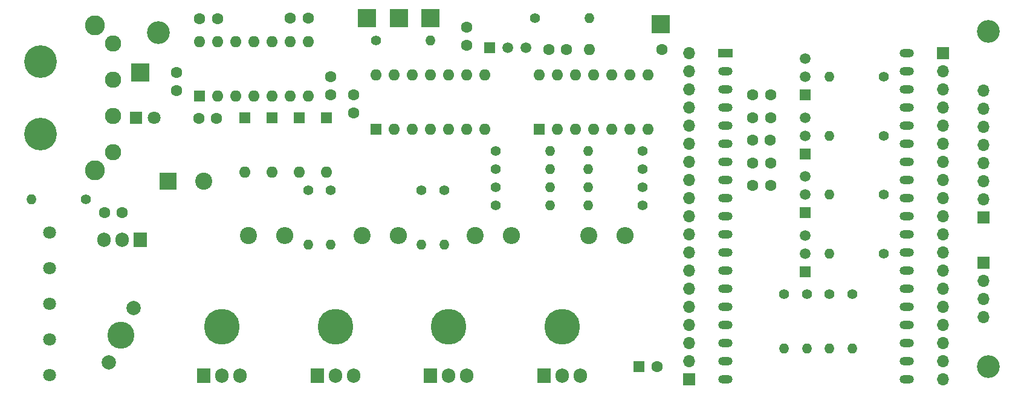
<source format=gts>
G04 #@! TF.GenerationSoftware,KiCad,Pcbnew,7.0.10*
G04 #@! TF.CreationDate,2024-02-18T19:41:56-05:00*
G04 #@! TF.ProjectId,linearlight,6c696e65-6172-46c6-9967-68742e6b6963,rev?*
G04 #@! TF.SameCoordinates,Original*
G04 #@! TF.FileFunction,Soldermask,Top*
G04 #@! TF.FilePolarity,Negative*
%FSLAX46Y46*%
G04 Gerber Fmt 4.6, Leading zero omitted, Abs format (unit mm)*
G04 Created by KiCad (PCBNEW 7.0.10) date 2024-02-18 19:41:56*
%MOMM*%
%LPD*%
G01*
G04 APERTURE LIST*
%ADD10C,1.600000*%
%ADD11C,1.400000*%
%ADD12O,1.400000X1.400000*%
%ADD13R,2.400000X2.400000*%
%ADD14C,2.400000*%
%ADD15O,2.400000X2.400000*%
%ADD16R,1.700000X1.700000*%
%ADD17O,1.700000X1.700000*%
%ADD18R,1.600000X1.600000*%
%ADD19O,1.600000X1.600000*%
%ADD20R,1.500000X1.500000*%
%ADD21C,1.500000*%
%ADD22R,1.800000X1.800000*%
%ADD23C,1.800000*%
%ADD24R,2.500000X2.500000*%
%ADD25C,1.803400*%
%ADD26C,3.784600*%
%ADD27C,2.000000*%
%ADD28C,3.200000*%
%ADD29R,1.905000X2.000000*%
%ADD30O,1.905000X2.000000*%
%ADD31C,5.000000*%
%ADD32C,2.286000*%
%ADD33C,2.794000*%
%ADD34C,4.572000*%
%ADD35R,2.000000X1.200000*%
%ADD36O,2.000000X1.200000*%
G04 APERTURE END LIST*
D10*
X189230000Y-90825000D03*
X189230000Y-93325000D03*
D11*
X213868000Y-115824000D03*
D12*
X206248000Y-115824000D03*
D13*
X147400000Y-112395000D03*
D14*
X152400000Y-112395000D03*
X158640000Y-120015000D03*
D15*
X163720000Y-120015000D03*
D16*
X261620000Y-123825000D03*
D17*
X261620000Y-126365000D03*
X261620000Y-128905000D03*
X261620000Y-131445000D03*
D18*
X151765000Y-100457000D03*
D19*
X154305000Y-100457000D03*
X156845000Y-100457000D03*
X159385000Y-100457000D03*
X161925000Y-100457000D03*
X164465000Y-100457000D03*
X167005000Y-100457000D03*
X167005000Y-92837000D03*
X164465000Y-92837000D03*
X161925000Y-92837000D03*
X159385000Y-92837000D03*
X156845000Y-92837000D03*
X154305000Y-92837000D03*
X151765000Y-92837000D03*
D11*
X247650000Y-122555000D03*
D12*
X240030000Y-122555000D03*
D11*
X193294000Y-113284000D03*
D12*
X200914000Y-113284000D03*
D16*
X255905000Y-94488000D03*
D17*
X255905000Y-97028000D03*
X255905000Y-99568000D03*
X255905000Y-102108000D03*
X255905000Y-104648000D03*
X255905000Y-107188000D03*
X255905000Y-109728000D03*
X255905000Y-112268000D03*
X255905000Y-114808000D03*
X255905000Y-117348000D03*
X255905000Y-119888000D03*
X255905000Y-122428000D03*
X255905000Y-124968000D03*
X255905000Y-127508000D03*
X255905000Y-130048000D03*
X255905000Y-132588000D03*
X255905000Y-135128000D03*
X255905000Y-137668000D03*
X255905000Y-140208000D03*
D11*
X213868000Y-108204000D03*
D12*
X206248000Y-108204000D03*
D10*
X216535000Y-93980000D03*
D19*
X206375000Y-93980000D03*
D20*
X236580000Y-116840000D03*
D21*
X236580000Y-114300000D03*
X236580000Y-111760000D03*
D10*
X170180000Y-100290000D03*
X170180000Y-97790000D03*
D22*
X142875000Y-103505000D03*
D23*
X145415000Y-103505000D03*
D24*
X143510000Y-97155000D03*
X175260000Y-89535000D03*
D16*
X220345000Y-140208000D03*
D17*
X220345000Y-137668000D03*
X220345000Y-135128000D03*
X220345000Y-132588000D03*
X220345000Y-130048000D03*
X220345000Y-127508000D03*
X220345000Y-124968000D03*
X220345000Y-122428000D03*
X220345000Y-119888000D03*
X220345000Y-117348000D03*
X220345000Y-114808000D03*
X220345000Y-112268000D03*
X220345000Y-109728000D03*
X220345000Y-107188000D03*
X220345000Y-104648000D03*
X220345000Y-102108000D03*
X220345000Y-99568000D03*
X220345000Y-97028000D03*
X220345000Y-94488000D03*
D10*
X231755000Y-109855000D03*
X229255000Y-109855000D03*
D11*
X186055000Y-113665000D03*
D12*
X186055000Y-121285000D03*
D11*
X167005000Y-113665000D03*
D12*
X167005000Y-121285000D03*
D25*
X130810000Y-119587000D03*
X130810000Y-124587000D03*
X130810000Y-129587000D03*
X130810000Y-134587001D03*
X130810000Y-139587001D03*
D10*
X200680000Y-93980000D03*
X203180000Y-93980000D03*
D16*
X261620000Y-117475000D03*
D17*
X261620000Y-114935000D03*
X261620000Y-112395000D03*
X261620000Y-109855000D03*
X261620000Y-107315000D03*
X261620000Y-104775000D03*
X261620000Y-102235000D03*
X261620000Y-99695000D03*
D11*
X170180000Y-113665000D03*
D12*
X170180000Y-121285000D03*
D10*
X151790000Y-89662000D03*
X154290000Y-89662000D03*
D26*
X140792200Y-133985000D03*
D27*
X142519400Y-130175000D03*
X139065000Y-137795000D03*
D28*
X262255000Y-138430000D03*
D11*
X213868000Y-113284000D03*
D12*
X206248000Y-113284000D03*
D10*
X173355000Y-100330000D03*
X173355000Y-102830000D03*
D29*
X168275000Y-139700000D03*
D30*
X170815000Y-139700000D03*
X173355000Y-139700000D03*
D10*
X166985000Y-89535000D03*
X164485000Y-89535000D03*
D11*
X198755000Y-89535000D03*
D12*
X206375000Y-89535000D03*
D11*
X247650000Y-114300000D03*
D12*
X240030000Y-114300000D03*
D18*
X161925000Y-103505000D03*
D19*
X161925000Y-111125000D03*
D20*
X236580000Y-125095000D03*
D21*
X236580000Y-122555000D03*
X236580000Y-120015000D03*
D11*
X233680000Y-128270000D03*
D12*
X233680000Y-135890000D03*
D31*
X186690000Y-132842000D03*
D11*
X247650000Y-106045000D03*
D12*
X240030000Y-106045000D03*
D10*
X138470000Y-116840000D03*
X140970000Y-116840000D03*
D18*
X176525000Y-105127000D03*
D19*
X179065000Y-105127000D03*
X181605000Y-105127000D03*
X184145000Y-105127000D03*
X186685000Y-105127000D03*
X189225000Y-105127000D03*
X191765000Y-105127000D03*
X191765000Y-97507000D03*
X189225000Y-97507000D03*
X186685000Y-97507000D03*
X184145000Y-97507000D03*
X181605000Y-97507000D03*
X179065000Y-97507000D03*
X176525000Y-97507000D03*
D14*
X206265000Y-120015000D03*
D15*
X211345000Y-120015000D03*
D11*
X135890000Y-114935000D03*
D12*
X128270000Y-114935000D03*
D18*
X199385000Y-105156000D03*
D19*
X201925000Y-105156000D03*
X204465000Y-105156000D03*
X207005000Y-105156000D03*
X209545000Y-105156000D03*
X212085000Y-105156000D03*
X214625000Y-105156000D03*
X214625000Y-97536000D03*
X212085000Y-97536000D03*
X209545000Y-97536000D03*
X207005000Y-97536000D03*
X204465000Y-97536000D03*
X201925000Y-97536000D03*
X199385000Y-97536000D03*
D29*
X184150000Y-139700000D03*
D30*
X186690000Y-139700000D03*
X189230000Y-139700000D03*
D29*
X143510000Y-120650000D03*
D30*
X140970000Y-120650000D03*
X138430000Y-120650000D03*
D18*
X165735000Y-103505000D03*
D19*
X165735000Y-111125000D03*
D24*
X179705000Y-89535000D03*
D18*
X213360000Y-138430000D03*
D10*
X215860000Y-138430000D03*
D31*
X202565000Y-132842000D03*
D18*
X158115000Y-103505000D03*
D19*
X158115000Y-111125000D03*
D11*
X247650000Y-97790000D03*
D12*
X240030000Y-97790000D03*
D29*
X200025000Y-139700000D03*
D30*
X202565000Y-139700000D03*
X205105000Y-139700000D03*
D28*
X146050000Y-91567000D03*
D11*
X240030000Y-128270000D03*
D12*
X240030000Y-135890000D03*
D10*
X148590000Y-97175000D03*
X148590000Y-99675000D03*
D20*
X236580000Y-108585000D03*
D21*
X236580000Y-106045000D03*
X236580000Y-103505000D03*
D11*
X182880000Y-113665000D03*
D12*
X182880000Y-121285000D03*
D11*
X213868000Y-110744000D03*
D12*
X206248000Y-110744000D03*
D11*
X193294000Y-110744000D03*
D12*
X200914000Y-110744000D03*
D24*
X184150000Y-89535000D03*
X216408000Y-90424000D03*
D11*
X176530000Y-92710000D03*
D12*
X184150000Y-92710000D03*
D10*
X231755000Y-100330000D03*
X229255000Y-100330000D03*
D14*
X174515000Y-120015000D03*
D15*
X179595000Y-120015000D03*
D14*
X190390000Y-120015000D03*
D15*
X195470000Y-120015000D03*
D31*
X170815000Y-132842000D03*
D10*
X231715000Y-106680000D03*
X229215000Y-106680000D03*
X231775000Y-113030000D03*
X229275000Y-113030000D03*
D31*
X154940000Y-132842000D03*
D32*
X139700000Y-93091000D03*
X139700000Y-98171000D03*
X139700000Y-103251000D03*
X139700000Y-108331000D03*
D33*
X137160000Y-90551000D03*
X137160000Y-110871000D03*
D34*
X129540000Y-95631000D03*
X129540000Y-105791000D03*
D11*
X243205000Y-128270000D03*
D12*
X243205000Y-135890000D03*
D28*
X262255000Y-91440000D03*
D11*
X193294000Y-115824000D03*
D12*
X200914000Y-115824000D03*
D10*
X231775000Y-103505000D03*
X229275000Y-103505000D03*
D29*
X152400000Y-139700000D03*
D30*
X154940000Y-139700000D03*
X157480000Y-139700000D03*
D20*
X236580000Y-100330000D03*
D21*
X236580000Y-97790000D03*
X236580000Y-95250000D03*
D10*
X151658000Y-103632000D03*
X154158000Y-103632000D03*
D35*
X225428680Y-94488000D03*
D36*
X225428680Y-97028000D03*
X225428680Y-99568000D03*
X225428680Y-102108000D03*
X225428680Y-104648000D03*
X225428680Y-107188000D03*
X225428680Y-109728000D03*
X225428680Y-112268000D03*
X225428680Y-114808000D03*
X225428680Y-117348000D03*
X225428680Y-119888000D03*
X225428680Y-122428000D03*
X225428680Y-124968000D03*
X225428680Y-127508000D03*
X225428680Y-130048000D03*
X225428680Y-132588000D03*
X225428680Y-135128000D03*
X225428680Y-137668000D03*
X225428680Y-140208000D03*
X250825000Y-140205280D03*
X250825000Y-137665280D03*
X250828680Y-135128000D03*
X250828680Y-132588000D03*
X250828680Y-130048000D03*
X250828680Y-127508000D03*
X250828680Y-124968000D03*
X250828680Y-122428000D03*
X250828680Y-119888000D03*
X250828680Y-117348000D03*
X250828680Y-114808000D03*
X250828680Y-112268000D03*
X250828680Y-109728000D03*
X250828680Y-107188000D03*
X250828680Y-104648000D03*
X250828680Y-102108000D03*
X250828680Y-99568000D03*
X250828680Y-97028000D03*
X250828680Y-94488000D03*
D11*
X236855000Y-128270000D03*
D12*
X236855000Y-135890000D03*
D18*
X169545000Y-103505000D03*
D19*
X169545000Y-111125000D03*
D20*
X192405000Y-93705000D03*
D21*
X194945000Y-93705000D03*
X197485000Y-93705000D03*
D11*
X193294000Y-108204000D03*
D12*
X200914000Y-108204000D03*
M02*

</source>
